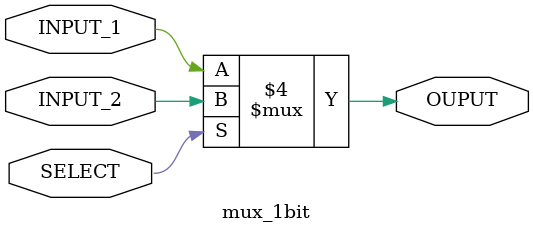
<source format=v>

`timescale 1ns/100ps

module cpu(PC,INSTRUCTION,CLK,RESET,READ,WRITE_DATAMEM,ALURESULT,OUT1,readdata,busywait,instr_busywait,instr_read);

//inputs and outputs***********

	input [31:0] INSTRUCTION;
	input CLK,RESET;
	output reg [31:0] PC;
	
	output READ;
	output WRITE_DATAMEM; 
	output [7:0] ALURESULT;
	output [7:0] OUT1;
	
	input [7:0] readdata;
	input busywait;	
	
	input instr_busywait;
	output instr_read;
	
//wires***********
	
	wire [31:0] PC_next; //to hold the value of PC+4  
	wire [31:0] PC_branch; //to hold the value of pc+4+offset
	wire [31:0] PC_updated; //updated value of pc(for the instruction at next positive clock edge)
	
	wire [31:0] unshifted_offset; //immediate value of INSTRUCTION[23:16] sign-extended 
	wire [31:0] shifted_offset; //offset at branch (sign-extended value left-shifted by 2 to get offset)
	
	wire [7:0] ALURESULT,OUT1,OUT2,OUT2_NEG,DATA2,OPERAND2,OPERAND_2; 
	
	wire [7:0] Temp_RESULT;
	
	
	
	wire [7:0] readdata;  //################
	wire busywait; 
	wire [7:0] IN;

	wire instr_busywait;
	
//Control signals***********
	
	reg WRITE;	//writing to registers in register file is enabled
	
	reg mux_immediate,mux_signed;   //control signal for taking 2's compliment of operand 2 in sub and immediate for alu
	
	reg [2:0] ALUOP;  //select value for relevant function of alu
	
	reg BRANCH;  //control signal to indicate a branch instruction
	reg JUMP;   //control signal to indicate a jump instruction
	reg BNE;
	
	wire ZERO; //zero flag to indicate whether the result of alu(ALURESULT) is zero.(ZERO is an output of alu)
	
	reg RIGHT;  //control signal to indicate whether shift instruction is right(if right,RIGHT=1)
	
	reg mux_shift;  //control signal for taking shifted values to be forwarded to ALURESULT
	
	 // #############
	reg mux_datamem;  //control signal for the mux which selects between the alu result and  readdata to be written to register file.
	reg READ;   //Control signal to control reading to data memory 
	reg WRITE_DATAMEM;  //Control signal to control writing to data memory
	
	reg instr_read;
//PC handling*******
	
	assign #1 PC_next=PC+4;  //#1 of adder delay when pc is updated by 4
	assign #2 PC_branch=PC_next+shifted_offset; //#2 of adder delay when pc is updated by offset
	
	/*PC_next(PC+4) and  PC_branch(PC_next+shifted_offset) is passed to muxbranch(a mux_32bit) where the select signal would be ((BRANCH&&ZERO)||JUMP) and mux output
	be PC_updated . 
	PC_updated=PC_branch in case of (BRANCH&&ZERO)=1 or JUMP=1 i.e. in case of beq when the condition is satisfied(ZERO=1) and in case of j)
	Else,PC_updated=PC_next i.e.BRANCH&&ZERO=0 and JUMP=0.
	*/
	wire b;  //output of (BRANCH&&ZERO)
	wire j; //output of ((BRANCH&&ZERO)||JUMP)
	
	wire ZERO_NEG; //output of ~ZERO
	wire bn; //output of (BNE&&~ZERO)
	
	sign_extend sign_extend1(unshifted_offset,INSTRUCTION[23:16]); //unshifted_offset is the sign-extended(to able to add to PC of 32 bit) value of INSTRUCTION[23:16]
	left_shift left_shift1(shifted_offset,unshifted_offset);  //left-shifted of sign-extended INSTRUCTION[23:16](4xNo.of instructions to skip,giving # bytes)
	and a1(b,BRANCH,ZERO);
	not n1(ZERO_NEG,ZERO);
	and a2(bn,BNE,ZERO_NEG);
	or o1(j,b,JUMP,bn);
	mux_32bit muxbranch(PC_updated,j,PC_next,PC_branch); 	//setting PC for next Instruction(slecting from mux_32bit)
	
	
				
	//decoding(delay of #1)
	always @ (INSTRUCTION) begin 
		
		READ=1'b0;     //###########################
		WRITE_DATAMEM=1'b0;
		
		case(INSTRUCTION[31:24])  //opcode
			
			8'd0 : #1 begin            //loadi
						WRITE=1'b1;
						ALUOP=3'b000;
						mux_immediate=1'b0;
						mux_signed=1'b0;
						mux_shift=1'b0;
						
						BRANCH=1'b0;
						JUMP=1'b0;
						BNE=1'b0;
						
						READ=1'b0;     //###########################
						WRITE_DATAMEM=1'b0;
						mux_datamem=1'b0;
						
					end
			
			8'd1 : #1 begin            //mov
						WRITE=1'b1;
						ALUOP=3'b000;
						mux_immediate=1'b1;
						mux_signed=1'b0;
						mux_shift=1'b0;
						
						BRANCH=1'b0;
						JUMP=1'b0;
						BNE=1'b0;
						
						READ=1'b0;     //###########################
						WRITE_DATAMEM=1'b0;
						mux_datamem=1'b0;
						
					end
					
			8'd2 : #1 begin            //add
						WRITE=1'b1;
						ALUOP=3'b001;
						mux_immediate=1'b1;
						mux_signed=1'b0;
						mux_shift=1'b0;
						
						BRANCH=1'b0;
						JUMP=1'b0;
						BNE=1'b0;
						
						READ=1'b0;     //###########################
						WRITE_DATAMEM=1'b0;
						mux_datamem=1'b0;
						
					end
					
			8'd3 : #1 begin            //sub
						WRITE=1'b1;
						ALUOP=3'b001;
						mux_immediate=1'b1;
						mux_signed=1'b1;
						mux_shift=1'b0;
						
						BRANCH=1'b0;
						JUMP=1'b0;
						BNE=1'b0;
						
						READ=1'b0;     //###########################
						WRITE_DATAMEM=1'b0;
						mux_datamem=1'b0;
						
					end
					
			8'd4 : #1 begin            //and
						WRITE=1'b1;
						ALUOP=3'b010;
						mux_immediate=1'b1;
						mux_signed=1'b0;
						mux_shift=1'b0;
						
						BRANCH=1'b0;
						JUMP=1'b0;
						BNE=1'b0;
						
						READ=1'b0;     //###########################
						WRITE_DATAMEM=1'b0;
						mux_datamem=1'b0;
						
					end
			
			8'd5 : #1 begin            //or
						WRITE=1'b1;
						ALUOP=3'b011;
						mux_immediate=1'b1;
						mux_signed=1'b0;
						mux_shift=1'b0;
						
						BRANCH=1'b0;
						JUMP=1'b0;
						BNE=1'b0;
						
						READ=1'b0;     //###########################
						WRITE_DATAMEM=1'b0;
						mux_datamem=1'b0;
						
					end
					
			8'd6 : #1 begin            //j
						WRITE=1'b0;
						ALUOP=3'b111;  //undefined aluop (result would be don't care)
						mux_immediate=1'b1;
						mux_signed=1'b0;
						mux_shift=1'b0;
						
						BRANCH=1'b0;
						JUMP=1'b1;
						BNE=1'b0;
						
						READ=1'b0;     //###########################
						WRITE_DATAMEM=1'b0;
						mux_datamem=1'b0;
						
					end  
		
			
			8'd7 : #1 begin            //beq
						WRITE=1'b0;
						ALUOP=3'b001;
						mux_immediate=1'b1;
						mux_signed=1'b1;
						mux_shift=1'b0;
						
						BRANCH=1'b1;
						JUMP=1'b0;
						BNE=1'b0;
						
						READ=1'b0;     //###########################
						WRITE_DATAMEM=1'b0;
						mux_datamem=1'b0;
						
					end		
					
					
			
			
			
			
			8'd8 : #1 begin            //lwd  ############################
						WRITE=1'b1;
						ALUOP=3'b000;
						mux_immediate=1'b1;
						mux_signed=1'b0;
						mux_shift=1'b0;
						
						BRANCH=1'b0;
						JUMP=1'b0;
						BNE=1'b0;
						
						READ=1'b1;   
						WRITE_DATAMEM=1'b0;
						mux_datamem=1'b1;
					end		
					
					
			8'd9 : #1 begin            //lwi  ############################
						WRITE=1'b1;
						ALUOP=3'b000;
						mux_immediate=1'b0;
						mux_signed=1'b0;
						mux_shift=1'b0;
						
						BRANCH=1'b0;
						JUMP=1'b0;
						BNE=1'b0;
						
						READ=1'b1;   
						WRITE_DATAMEM=1'b0;
						mux_datamem=1'b1;
					end		
			
			8'd10 : #1 begin            //swd  ############################
						WRITE=1'b0;
						ALUOP=3'b000;
						mux_immediate=1'b1;
						mux_signed=1'b0;
						mux_shift=1'b0;
						
						BRANCH=1'b0;
						JUMP=1'b0;
						BNE=1'b0;
						
						READ=1'b0;   
						WRITE_DATAMEM=1'b1;
						mux_datamem=1'b1;
					end		
			
			8'd11 : #1 begin            //swi  ############################
						WRITE=1'b0;
						ALUOP=3'b000;
						mux_immediate=1'b0;
						mux_signed=1'b0;
						mux_shift=1'b0;
						
						BRANCH=1'b0;
						JUMP=1'b0;
						BNE=1'b0;
						
						READ=1'b0;   
						WRITE_DATAMEM=1'b1;
						mux_datamem=1'b1;
					end		
					
			
			
			//Some of the instructions added in lab5 part 5 has the same opcodes used for swi and lwi. The compiler I submitted for lab5 won't match this part1 of Lab 6. Therefore, 
			//the below instructions are not defined in this part of lab6.
			
			/*8'd10 : #1 begin            //sll
						WRITE=1'b1;
						ALUOP=3'b000;  //shifted value forwarded to ALURESULT
						mux_immediate=1'b1;
						mux_signed=1'b1;
						mux_shift=1'b1;
						
						BRANCH=1'b0;
						JUMP=1'b0;
						RIGHT=1'b0;
						BNE=1'b0;
						
						READ=1'b0;     //###########################
						WRITE_DATAMEM=1'b0;
						mux_datamem=1'b0;
						
					end		
					
			8'd11 : #1 begin            //slr
						WRITE=1'b1;
						ALUOP=3'b000;  //shifted value forwarded to ALURESULT
						mux_immediate=1'b1;
						mux_signed=1'b1;
						mux_shift=1'b1;
						
						BRANCH=1'b0;
						JUMP=1'b0;
						RIGHT=1'b1;
						BNE=1'b0;
						
						READ=1'b0;     //###########################
						WRITE_DATAMEM=1'b0;
						mux_datamem=1'b0;
						
					end		
					
			8'd12 : #1 begin            //bne
						WRITE=1'b0;
						ALUOP=3'b001;
						mux_immediate=1'b1;
						mux_signed=1'b1;
						mux_shift=1'b0;
						
						BRANCH=1'b0;
						JUMP=1'b0;
						BNE=1'b1;
						
						READ=1'b0;     //###########################
						WRITE_DATAMEM=1'b0;
						mux_datamem=1'b0;
						
					end		
			
			*/
			//default: 
		endcase	
	end
	

	always @ (posedge CLK) begin
		if(!RESET) begin #1
			//#1 PC=PC_next; 
			//if(!busywait) begin //###################
			
			if((!busywait)&&(!instr_busywait)) begin
			
			//#1 PC=PC_updated;  //pc update delay of #1
			PC=PC_updated; 
				if(PC==-4) 
					instr_read=0;
				else
					instr_read=1;
			
			end  //###################
		end
	end
		
	always @ (RESET) begin
		#1 PC=-32'd4;  //pc update delay (at reset) of #1
		
		BRANCH=1'b0;   
		JUMP=1'b0;
		BNE=1'b0;
	
	end	

	/*UPto part5 lab5	
	reg_file reg_file_1(ALURESULT, OUT1, OUT2,INSTRUCTION[18:16],INSTRUCTION[10:8],INSTRUCTION[2:0],WRITE,CLK,RESET);
	barrel_shifter bs1(OUT1,INSTRUCTION[2:0],Temp_RESULT,RIGHT);
	compliment negated(OUT2_NEG,OUT2);
	mux muxsigned(DATA2,mux_signed,OUT2,OUT2_NEG);
	mux muximmediate(OPERAND2,mux_immediate,INSTRUCTION[7:0],DATA2);
	mux muxshift(OPERAND_2,mux_shift,OPERAND2,Temp_RESULT);
	alu alu_1(OUT1,OPERAND_2,ALURESULT,ZERO,ALUOP); */
	
	
	
	//##############################################
	reg_file reg_file_1(IN, OUT1, OUT2,INSTRUCTION[18:16],INSTRUCTION[10:8],INSTRUCTION[2:0],WRITE,CLK,RESET,busywait,instr_busywait);//May use gate level AND for (WRITE&&busywait)
	barrel_shifter bs1(OUT1,INSTRUCTION[2:0],Temp_RESULT,RIGHT);
	compliment negated(OUT2_NEG,OUT2);
	mux muxsigned(DATA2,mux_signed,OUT2,OUT2_NEG);
	mux muximmediate(OPERAND2,mux_immediate,INSTRUCTION[7:0],DATA2);
	mux muxshift(OPERAND_2,mux_shift,OPERAND2,Temp_RESULT);
	
	alu alu_1(OUT1,OPERAND_2,ALURESULT,ZERO,ALUOP);
	//alu_3 alu_13(OUT1,OPERAND_2,ALURESULT,ZERO,ALUOP);
	
	//data_memory datamemory(CLK,RESET,READ,WRITE_DATAMEM,ALURESULT,OUT1,readdata,busywait);
	mux muxdatamem(IN,mux_datamem,ALURESULT,readdata);


//MODULE INTERFACES:
//data_memory(clk,reset,read,write,address,writedata,readdata,busywait);			
//reg_file(IN, OUT1, OUT2, INADDRESS, OUT1ADDRESS, OUT2ADDRESS, WRITE, CLK, RESET);
//alu(DATA1, DATA2, RESULT,ZERO,SELECT);  			
		

endmodule


module mux(OUPUT,SELECT,INPUT_1,INPUT_2);  //mux of 8 bit

	input [7:0] INPUT_1,INPUT_2;  
	input SELECT;
	output reg [7:0] OUPUT;
	
	always @ (*) begin
		if(SELECT==0) begin
			 OUPUT=INPUT_1;
		end
		else begin
			 OUPUT=INPUT_2; 
		end
	end
	
	
endmodule


		
module compliment(OUTPUT,INPUT); //module to take the 2's compliment to utilize add as sub
	input [7:0] INPUT;
	output signed [7:0] OUTPUT;

    //assign OUTPUT=-INPUT;
	assign #1 OUTPUT=-INPUT;
	
endmodule


module sign_extend(OUPUT,INPUT);  //sign-extending of 8 bit input into 32 bit
	input [7:0] INPUT;
	output reg [31:0] OUPUT;
		
	always @ (*) begin
		OUPUT[7:0]=INPUT[7:0];
	
		if(INPUT[7]==1'b0) begin
			OUPUT[31:8]=24'b000000000000000000000000;
		end 
		else begin
			OUPUT[31:8]=24'b111111111111111111111111;
		end
	end
endmodule

module left_shift(OUPUT,INPUT);  //left-shift by 2(multiplication by 4)
	input [31:0] INPUT;
	output reg [31:0] OUPUT;
	
	always @ (*) begin
		OUPUT[1:0]=2'b00;
		OUPUT[31:2]=INPUT[29:0];
	end

endmodule

module mux_32bit(OUPUT,SELECT,INPUT_1,INPUT_2); //mux of 32 bit

	input [31:0] INPUT_1,INPUT_2;  
	input SELECT;
	output reg [31:0] OUPUT;
	
	always @ (*) begin
		if(SELECT==0) begin
			 OUPUT=INPUT_1;
		end
		else begin
			 OUPUT=INPUT_2; 
		end
	end
	
	
endmodule

module barrel_shifter(DATA1,DATA2,RESULT,RIGHT);//for sll and srl(without delays) 
	input [7:0] DATA1;
	input [2:0] DATA2;
	input RIGHT;
	
	output wire [7:0] RESULT;
	
	wire [7:0] O1,O2,O3,l1,l2,l3;
	
	//right
	mux_1bit mr1_1(O1[0],DATA2[0],DATA1[7],1'b0);
	mux_1bit mr1_2(O1[1],DATA2[0],DATA1[6],DATA1[7]);
	mux_1bit mr1_3(O1[2],DATA2[0],DATA1[5],DATA1[6]);
	mux_1bit mr1_4(O1[3],DATA2[0],DATA1[4],DATA1[5]);
	mux_1bit mr1_5(O1[4],DATA2[0],DATA1[3],DATA1[4]);
	mux_1bit mr1_6(O1[5],DATA2[0],DATA1[2],DATA1[3]);
	mux_1bit mr1_7(O1[6],DATA2[0],DATA1[1],DATA1[2]);
	mux_1bit mr1_8(O1[7],DATA2[0],DATA1[0],DATA1[1]);
	
	mux_1bit mr2_1(O2[0],DATA2[1],O1[0],1'b0);
	mux_1bit mr2_2(O2[1],DATA2[1],O1[1],1'b0);
	mux_1bit mr2_3(O2[2],DATA2[1],O1[2],O1[0]);
	mux_1bit mr2_4(O2[3],DATA2[1],O1[3],O1[1]);
	mux_1bit mr2_5(O2[4],DATA2[1],O1[4],O1[2]);
	mux_1bit mr2_6(O2[5],DATA2[1],O1[5],O1[3]);
	mux_1bit mr2_7(O2[6],DATA2[1],O1[6],O1[4]);
	mux_1bit mr2_8(O2[7],DATA2[1],O1[7],O1[5]);
	
	mux_1bit mr3_1(O3[0],DATA2[2],O2[0],1'b0);
	mux_1bit mr3_2(O3[1],DATA2[2],O2[1],1'b0);
	mux_1bit mr3_3(O3[2],DATA2[2],O2[2],1'b0);
	mux_1bit mr3_4(O3[3],DATA2[2],O2[3],1'b0);
	mux_1bit mr3_5(O3[4],DATA2[2],O2[4],O2[0]);
	mux_1bit mr3_6(O3[5],DATA2[2],O2[5],O2[1]);
	mux_1bit mr3_7(O3[6],DATA2[2],O2[6],O2[2]);
	mux_1bit mr3_8(O3[7],DATA2[2],O2[7],O2[3]);
	
	
	//left
	mux_1bit ml1_1(l1[0],DATA2[0],DATA1[0],1'b0);
	mux_1bit ml1_2(l1[1],DATA2[0],DATA1[1],DATA1[0]);
	mux_1bit ml1_3(l1[2],DATA2[0],DATA1[2],DATA1[1]);
	mux_1bit ml1_4(l1[3],DATA2[0],DATA1[3],DATA1[2]);
	mux_1bit ml1_5(l1[4],DATA2[0],DATA1[4],DATA1[3]);
	mux_1bit ml1_6(l1[5],DATA2[0],DATA1[5],DATA1[4]);
	mux_1bit ml1_7(l1[6],DATA2[0],DATA1[6],DATA1[5]);
	mux_1bit ml1_8(l1[7],DATA2[0],DATA1[7],DATA1[6]);
	
	mux_1bit ml2_1(l2[0],DATA2[1],l1[0],1'b0);
	mux_1bit ml2_2(l2[1],DATA2[1],l1[1],1'b0);
	mux_1bit ml2_3(l2[2],DATA2[1],l1[2],l1[0]);
	mux_1bit ml2_4(l2[3],DATA2[1],l1[3],l1[1]);
	mux_1bit ml2_5(l2[4],DATA2[1],l1[4],l1[2]);
	mux_1bit ml2_6(l2[5],DATA2[1],l1[5],l1[3]);
	mux_1bit ml2_7(l2[6],DATA2[1],l1[6],l1[4]);
	mux_1bit ml2_8(l2[7],DATA2[1],l1[7],l1[5]);
	
	mux_1bit ml3_1(l3[0],DATA2[2],l2[0],1'b0);
	mux_1bit ml3_2(l3[1],DATA2[2],l2[1],1'b0);
	mux_1bit ml3_3(l3[2],DATA2[2],l2[2],1'b0);
	mux_1bit ml3_4(l3[3],DATA2[2],l2[3],1'b0);
	mux_1bit ml3_5(l3[4],DATA2[2],l2[4],l2[0]);
	mux_1bit ml3_6(l3[5],DATA2[2],l2[5],l2[1]);
	mux_1bit ml3_7(l3[6],DATA2[2],l2[6],l2[2]);
	mux_1bit ml3_8(l3[7],DATA2[2],l2[7],l2[3]);
	
	
	
	//final with right control signal
	mux_1bit ms1(RESULT[7],RIGHT,l3[7],O3[0]);
	mux_1bit ms2(RESULT[6],RIGHT,l3[6],O3[1]);
	mux_1bit ms3(RESULT[5],RIGHT,l3[5],O3[2]);
	mux_1bit ms4(RESULT[4],RIGHT,l3[4],O3[3]);
	mux_1bit ms5(RESULT[3],RIGHT,l3[3],O3[4]);
	mux_1bit ms6(RESULT[2],RIGHT,l3[2],O3[5]);
	mux_1bit ms7(RESULT[1],RIGHT,l3[1],O3[6]);
	mux_1bit ms8(RESULT[0],RIGHT,l3[0],O3[7]);
	
		
endmodule
	

module  mux_1bit(OUPUT,SELECT,INPUT_1,INPUT_2); //mux of 32 bit

	input  INPUT_1,INPUT_2;  
	input SELECT;
	output reg OUPUT;
	
	always @ (*) begin
		if(SELECT==0) begin
			 OUPUT=INPUT_1;
		end
		else begin
			 OUPUT=INPUT_2; 
		end
	end
	
	
endmodule


</source>
